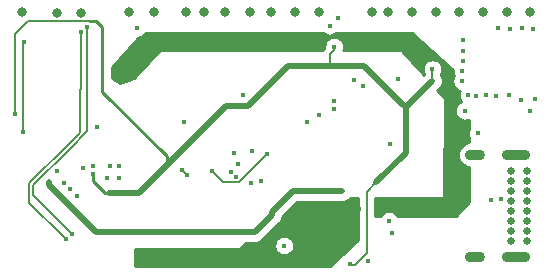
<source format=gbr>
G04 #@! TF.GenerationSoftware,KiCad,Pcbnew,(5.1.5)-3*
G04 #@! TF.CreationDate,2020-04-03T19:02:15-07:00*
G04 #@! TF.ProjectId,ShadowRunner,53686164-6f77-4527-956e-6e65722e6b69,rev?*
G04 #@! TF.SameCoordinates,Original*
G04 #@! TF.FileFunction,Copper,L3,Inr*
G04 #@! TF.FilePolarity,Positive*
%FSLAX46Y46*%
G04 Gerber Fmt 4.6, Leading zero omitted, Abs format (unit mm)*
G04 Created by KiCad (PCBNEW (5.1.5)-3) date 2020-04-03 19:02:15*
%MOMM*%
%LPD*%
G04 APERTURE LIST*
%ADD10C,0.650000*%
%ADD11O,2.400000X0.900000*%
%ADD12O,1.700000X0.900000*%
%ADD13C,0.400000*%
%ADD14C,0.800000*%
%ADD15C,0.152400*%
%ADD16C,0.250000*%
%ADD17C,0.500000*%
%ADD18C,0.254000*%
G04 APERTURE END LIST*
D10*
X155402500Y-130487500D03*
X155402500Y-129637500D03*
X155402500Y-128787500D03*
X155402500Y-127937500D03*
X155402500Y-127087500D03*
X155402500Y-126237500D03*
X155402500Y-125387500D03*
X155402500Y-124537500D03*
X154052500Y-124537500D03*
X154052500Y-125387500D03*
X154052500Y-126237500D03*
X154052500Y-127087500D03*
X154052500Y-127937500D03*
X154052500Y-128787500D03*
X154052500Y-129637500D03*
X154052500Y-130487500D03*
D11*
X154427500Y-131850000D03*
X154412500Y-123195000D03*
D12*
X151022500Y-131850000D03*
X151022500Y-123197500D03*
D13*
X126365000Y-120445000D03*
X118945000Y-120865000D03*
D14*
X121725000Y-111075000D03*
X117650000Y-111225000D03*
X115550000Y-111175000D03*
X112650000Y-111150000D03*
X155650000Y-111100000D03*
X153650000Y-111100000D03*
X151650000Y-111100000D03*
X149650000Y-111100000D03*
X147650000Y-111100000D03*
X145650000Y-111100000D03*
X143650000Y-111100000D03*
X142250000Y-111100000D03*
X137750000Y-111100000D03*
X135750000Y-111100000D03*
X133725000Y-111100000D03*
X131925000Y-111100000D03*
X129850000Y-111100000D03*
X128050000Y-111100000D03*
X126475000Y-111100000D03*
X123775000Y-111100000D03*
D13*
X131325000Y-118115000D03*
X155905000Y-112545000D03*
X154965000Y-112505000D03*
X153975000Y-112515000D03*
X152965000Y-112485000D03*
X149995000Y-113465000D03*
X149945000Y-114435000D03*
X149965000Y-115245000D03*
X149915000Y-116105000D03*
X149885000Y-116965000D03*
X150425000Y-118165000D03*
X151085000Y-118195000D03*
X151925000Y-118145000D03*
X152755000Y-118185000D03*
X153875000Y-118155000D03*
X156025000Y-118465000D03*
X154845000Y-118545000D03*
X121200000Y-116050000D03*
X149225000Y-127775000D03*
X142750000Y-127775000D03*
X141200000Y-127775000D03*
X123175000Y-131925000D03*
X112075000Y-119750000D03*
X118650000Y-124800000D03*
X142600000Y-125550000D03*
X139050000Y-114050000D03*
X147375000Y-115950000D03*
X145100000Y-119200000D03*
X140385000Y-132475000D03*
X131775000Y-119100000D03*
X133345000Y-123165000D03*
X128755000Y-124615000D03*
X139755000Y-126295000D03*
X143715000Y-128805000D03*
X133805000Y-128035000D03*
X114925000Y-125485000D03*
X121325000Y-129775000D03*
X112805000Y-113695000D03*
X112685000Y-121315000D03*
X151225000Y-121400000D03*
X134815000Y-130895000D03*
X143965000Y-129805000D03*
X141925000Y-132205000D03*
X120800000Y-124150000D03*
X120051201Y-124150000D03*
X120875000Y-125165000D03*
X126605000Y-124885000D03*
X126185000Y-124485000D03*
X130875000Y-124000000D03*
X130575000Y-123025000D03*
X132125000Y-122850000D03*
X152325000Y-127000000D03*
X116865000Y-129885000D03*
X155650000Y-119475000D03*
X118135000Y-112405000D03*
X116345000Y-130365000D03*
X150100000Y-119475000D03*
X117600000Y-112775000D03*
X138665000Y-112275000D03*
X144495000Y-116825000D03*
X119845000Y-125195000D03*
X122360000Y-112450000D03*
X132050000Y-125625000D03*
X130750000Y-125050000D03*
X132850000Y-125400000D03*
X130325000Y-124625000D03*
X115565000Y-124565000D03*
X139050000Y-119350000D03*
X116145000Y-125575000D03*
X139045222Y-118650000D03*
X136785000Y-120405000D03*
X116705000Y-126085000D03*
X117255000Y-126685000D03*
X137775000Y-119875000D03*
X141475000Y-117375000D03*
X117835000Y-124315000D03*
X118675000Y-124155000D03*
X140748799Y-116873799D03*
X153150000Y-126950000D03*
X139345000Y-111595000D03*
X143815000Y-122325000D03*
D15*
X121200000Y-116050000D02*
X121200000Y-115950000D01*
X121200000Y-116050000D02*
X123676201Y-113573799D01*
X149550000Y-127450000D02*
X149225000Y-127775000D01*
X149225000Y-127775000D02*
X149225000Y-127775000D01*
X149225000Y-127775000D02*
X142750000Y-127775000D01*
X142750000Y-127775000D02*
X142750000Y-127775000D01*
X123175000Y-131925000D02*
X123457842Y-131925000D01*
X130696224Y-131925000D02*
X127735000Y-131925000D01*
X127735000Y-131925000D02*
X123175000Y-131925000D01*
D16*
X141200000Y-127775000D02*
X140765000Y-127775000D01*
D17*
X147375000Y-116925000D02*
X145100000Y-119200000D01*
D15*
X147375000Y-115950000D02*
X147375000Y-116925000D01*
D17*
X145100000Y-123050000D02*
X142600000Y-125550000D01*
X145100000Y-119200000D02*
X145100000Y-123050000D01*
X144073799Y-118173799D02*
X144900001Y-119000001D01*
D15*
X144900001Y-119000001D02*
X145100000Y-119200000D01*
X131775000Y-119100000D02*
X131787500Y-119087500D01*
X131775000Y-119100000D02*
X131775000Y-119100000D01*
X140825000Y-132525000D02*
X140375000Y-132525000D01*
X141800000Y-131550000D02*
X140825000Y-132525000D01*
X142600000Y-125550000D02*
X141800000Y-126350000D01*
X141800000Y-126350000D02*
X141800000Y-131550000D01*
D17*
X131787500Y-119087500D02*
X132701201Y-118173799D01*
X131492158Y-119100000D02*
X131775000Y-119100000D01*
X131145222Y-119100000D02*
X131492158Y-119100000D01*
D15*
X112075000Y-119750000D02*
X112075000Y-117595222D01*
X117968799Y-111901201D02*
X113138799Y-111901201D01*
X117968799Y-111901201D02*
X118335979Y-111901201D01*
X117769021Y-111901201D02*
X117968799Y-111901201D01*
X112075000Y-112965000D02*
X112075000Y-119750000D01*
X113138799Y-111901201D02*
X112075000Y-112965000D01*
X131015222Y-119100000D02*
X131775000Y-119100000D01*
D16*
X119421201Y-112986423D02*
X119421201Y-112914199D01*
D17*
X129870000Y-119100000D02*
X131492158Y-119100000D01*
X120025000Y-126415000D02*
X122555000Y-126415000D01*
D16*
X118335979Y-111901201D02*
X118931201Y-111901201D01*
X119421201Y-112391201D02*
X119421201Y-112986423D01*
X118931201Y-111901201D02*
X119421201Y-112391201D01*
X120025000Y-126415000D02*
X119645000Y-126415000D01*
X118650000Y-125420000D02*
X118650000Y-124800000D01*
X119645000Y-126415000D02*
X118650000Y-125420000D01*
X124905000Y-124065000D02*
X124905000Y-123345000D01*
D17*
X124905000Y-124065000D02*
X129870000Y-119100000D01*
X122555000Y-126415000D02*
X124905000Y-124065000D01*
D16*
X119421201Y-117861201D02*
X119421201Y-112986423D01*
X124905000Y-123345000D02*
X119421201Y-117861201D01*
X144073799Y-118173799D02*
X144063799Y-118173799D01*
D17*
X144063799Y-118173799D02*
X141575000Y-115685000D01*
X135190000Y-115685000D02*
X132701201Y-118173799D01*
D15*
X138695000Y-114687842D02*
X138695000Y-115665000D01*
X139050000Y-114332842D02*
X138695000Y-114687842D01*
X139050000Y-114050000D02*
X139050000Y-114332842D01*
D17*
X141575000Y-115685000D02*
X138695000Y-115665000D01*
X138695000Y-115665000D02*
X135190000Y-115685000D01*
D15*
X133145001Y-123364999D02*
X133345000Y-123165000D01*
X130983799Y-125526201D02*
X133145001Y-123364999D01*
X129666201Y-125526201D02*
X130983799Y-125526201D01*
X128755000Y-124615000D02*
X129666201Y-125526201D01*
D17*
X121607842Y-129775000D02*
X121325000Y-129775000D01*
X132347842Y-129775000D02*
X121607842Y-129775000D01*
X133805000Y-128317842D02*
X132347842Y-129775000D01*
X133805000Y-128035000D02*
X133805000Y-128317842D01*
X135545000Y-126295000D02*
X139755000Y-126295000D01*
X133805000Y-128035000D02*
X135545000Y-126295000D01*
D15*
X112685000Y-113815000D02*
X112805000Y-113695000D01*
X112685000Y-121315000D02*
X112685000Y-113815000D01*
D17*
X121042158Y-129775000D02*
X121325000Y-129775000D01*
X118932158Y-129775000D02*
X121042158Y-129775000D01*
X114925000Y-125767842D02*
X118932158Y-129775000D01*
X114925000Y-125485000D02*
X114925000Y-125767842D01*
D15*
X126205000Y-124485000D02*
X126605000Y-124885000D01*
X126185000Y-124485000D02*
X126205000Y-124485000D01*
X118135000Y-112405000D02*
X118135000Y-121230222D01*
X116657611Y-122707611D02*
X118135000Y-121230222D01*
X116657611Y-122707611D02*
X113595000Y-125770222D01*
X116580222Y-122785000D02*
X116657611Y-122707611D01*
X113595000Y-126615000D02*
X116865000Y-129885000D01*
X113595000Y-125770222D02*
X113595000Y-126615000D01*
X117600000Y-112775000D02*
X117600000Y-117620000D01*
X117565000Y-117655000D02*
X117565000Y-121301840D01*
X117600000Y-117620000D02*
X117565000Y-117655000D01*
X116145001Y-130165001D02*
X116345000Y-130365000D01*
X113242590Y-127262590D02*
X116145001Y-130165001D01*
X116688420Y-122178420D02*
X113242590Y-125624249D01*
X113242590Y-125624249D02*
X113242590Y-127262590D01*
X116551840Y-122315000D02*
X116688420Y-122178420D01*
X116688420Y-122178420D02*
X117533420Y-121333420D01*
D18*
G36*
X141048000Y-130459331D02*
G01*
X138705506Y-132617910D01*
X122232000Y-132588228D01*
X122232000Y-131201857D01*
X130985143Y-131192000D01*
X131009917Y-131189532D01*
X131033733Y-131182278D01*
X131055676Y-131170517D01*
X131074907Y-131154698D01*
X131416051Y-130812760D01*
X133980000Y-130812760D01*
X133980000Y-130977240D01*
X134012089Y-131138560D01*
X134075033Y-131290521D01*
X134166413Y-131427281D01*
X134282719Y-131543587D01*
X134419479Y-131634967D01*
X134571440Y-131697911D01*
X134732760Y-131730000D01*
X134897240Y-131730000D01*
X135058560Y-131697911D01*
X135210521Y-131634967D01*
X135347281Y-131543587D01*
X135463587Y-131427281D01*
X135554967Y-131290521D01*
X135617911Y-131138560D01*
X135650000Y-130977240D01*
X135650000Y-130812760D01*
X135617911Y-130651440D01*
X135554967Y-130499479D01*
X135463587Y-130362719D01*
X135347281Y-130246413D01*
X135210521Y-130155033D01*
X135058560Y-130092089D01*
X134897240Y-130060000D01*
X134732760Y-130060000D01*
X134571440Y-130092089D01*
X134419479Y-130155033D01*
X134282719Y-130246413D01*
X134166413Y-130362719D01*
X134075033Y-130499479D01*
X134012089Y-130651440D01*
X133980000Y-130812760D01*
X131416051Y-130812760D01*
X131568457Y-130660000D01*
X132304373Y-130660000D01*
X132347842Y-130664281D01*
X132391311Y-130660000D01*
X132391319Y-130660000D01*
X132521332Y-130647195D01*
X132688155Y-130596589D01*
X132841901Y-130514411D01*
X132976659Y-130403817D01*
X133004376Y-130370044D01*
X134400049Y-128974372D01*
X134433817Y-128946659D01*
X134469808Y-128902805D01*
X134544411Y-128811901D01*
X134626589Y-128658156D01*
X134677195Y-128491332D01*
X134683184Y-128430521D01*
X134685602Y-128405977D01*
X135911579Y-127180000D01*
X139798477Y-127180000D01*
X139928490Y-127167195D01*
X140095313Y-127116589D01*
X140249059Y-127034411D01*
X140383817Y-126923817D01*
X140418136Y-126882000D01*
X141048000Y-126882000D01*
X141048000Y-130459331D01*
G37*
X141048000Y-130459331D02*
X138705506Y-132617910D01*
X122232000Y-132588228D01*
X122232000Y-131201857D01*
X130985143Y-131192000D01*
X131009917Y-131189532D01*
X131033733Y-131182278D01*
X131055676Y-131170517D01*
X131074907Y-131154698D01*
X131416051Y-130812760D01*
X133980000Y-130812760D01*
X133980000Y-130977240D01*
X134012089Y-131138560D01*
X134075033Y-131290521D01*
X134166413Y-131427281D01*
X134282719Y-131543587D01*
X134419479Y-131634967D01*
X134571440Y-131697911D01*
X134732760Y-131730000D01*
X134897240Y-131730000D01*
X135058560Y-131697911D01*
X135210521Y-131634967D01*
X135347281Y-131543587D01*
X135463587Y-131427281D01*
X135554967Y-131290521D01*
X135617911Y-131138560D01*
X135650000Y-130977240D01*
X135650000Y-130812760D01*
X135617911Y-130651440D01*
X135554967Y-130499479D01*
X135463587Y-130362719D01*
X135347281Y-130246413D01*
X135210521Y-130155033D01*
X135058560Y-130092089D01*
X134897240Y-130060000D01*
X134732760Y-130060000D01*
X134571440Y-130092089D01*
X134419479Y-130155033D01*
X134282719Y-130246413D01*
X134166413Y-130362719D01*
X134075033Y-130499479D01*
X134012089Y-130651440D01*
X133980000Y-130812760D01*
X131416051Y-130812760D01*
X131568457Y-130660000D01*
X132304373Y-130660000D01*
X132347842Y-130664281D01*
X132391311Y-130660000D01*
X132391319Y-130660000D01*
X132521332Y-130647195D01*
X132688155Y-130596589D01*
X132841901Y-130514411D01*
X132976659Y-130403817D01*
X133004376Y-130370044D01*
X134400049Y-128974372D01*
X134433817Y-128946659D01*
X134469808Y-128902805D01*
X134544411Y-128811901D01*
X134626589Y-128658156D01*
X134677195Y-128491332D01*
X134683184Y-128430521D01*
X134685602Y-128405977D01*
X135911579Y-127180000D01*
X139798477Y-127180000D01*
X139928490Y-127167195D01*
X140095313Y-127116589D01*
X140249059Y-127034411D01*
X140383817Y-126923817D01*
X140418136Y-126882000D01*
X141048000Y-126882000D01*
X141048000Y-130459331D01*
G36*
X138087797Y-112878665D02*
G01*
X138132719Y-112923587D01*
X138269479Y-113014967D01*
X138421440Y-113077911D01*
X138582760Y-113110000D01*
X138747240Y-113110000D01*
X138908560Y-113077911D01*
X139060521Y-113014967D01*
X139197281Y-112923587D01*
X139241700Y-112879168D01*
X145685054Y-112881978D01*
X149080000Y-116038928D01*
X149080000Y-116187240D01*
X149112089Y-116348560D01*
X149175033Y-116500521D01*
X149183071Y-116512551D01*
X149145033Y-116569479D01*
X149082089Y-116721440D01*
X149050000Y-116882760D01*
X149050000Y-117047240D01*
X149082089Y-117208560D01*
X149145033Y-117360521D01*
X149236413Y-117497281D01*
X149352719Y-117613587D01*
X149489479Y-117704967D01*
X149641440Y-117767911D01*
X149682315Y-117776042D01*
X149622089Y-117921440D01*
X149590000Y-118082760D01*
X149590000Y-118247240D01*
X149622089Y-118408560D01*
X149685033Y-118560521D01*
X149776413Y-118697281D01*
X149782039Y-118702907D01*
X149704479Y-118735033D01*
X149567719Y-118826413D01*
X149451413Y-118942719D01*
X149360033Y-119079479D01*
X149297089Y-119231440D01*
X149265000Y-119392760D01*
X149265000Y-119557240D01*
X149297089Y-119718560D01*
X149360033Y-119870521D01*
X149451413Y-120007281D01*
X149567719Y-120123587D01*
X149704479Y-120214967D01*
X149856440Y-120277911D01*
X150017760Y-120310000D01*
X150182240Y-120310000D01*
X150343560Y-120277911D01*
X150458000Y-120230509D01*
X150458000Y-121069743D01*
X150422089Y-121156440D01*
X150390000Y-121317760D01*
X150390000Y-121482240D01*
X150422089Y-121643560D01*
X150458000Y-121730257D01*
X150458000Y-122123453D01*
X150409803Y-122128200D01*
X150205280Y-122190241D01*
X150016790Y-122290991D01*
X149851578Y-122426578D01*
X149715991Y-122591790D01*
X149615241Y-122780280D01*
X149553200Y-122984803D01*
X149532251Y-123197500D01*
X149553200Y-123410197D01*
X149615241Y-123614720D01*
X149715991Y-123803210D01*
X149851578Y-123968422D01*
X150016790Y-124104009D01*
X150205280Y-124204759D01*
X150409803Y-124266800D01*
X150458000Y-124271547D01*
X150458000Y-127225392D01*
X149349346Y-128428000D01*
X144462639Y-128428000D01*
X144454967Y-128409479D01*
X144363587Y-128272719D01*
X144247281Y-128156413D01*
X144110521Y-128065033D01*
X143958560Y-128002089D01*
X143797240Y-127970000D01*
X143632760Y-127970000D01*
X143471440Y-128002089D01*
X143319479Y-128065033D01*
X143182719Y-128156413D01*
X143066413Y-128272719D01*
X142975033Y-128409479D01*
X142967361Y-128428000D01*
X142511200Y-128428000D01*
X142511200Y-126842266D01*
X148244784Y-126852000D01*
X148269565Y-126849602D01*
X148293402Y-126842415D01*
X148315378Y-126830716D01*
X148334650Y-126814955D01*
X148350477Y-126795737D01*
X148362250Y-126773800D01*
X148369517Y-126749988D01*
X148371994Y-126726237D01*
X148451994Y-118516237D01*
X148449795Y-118491438D01*
X148442801Y-118467545D01*
X148431279Y-118445475D01*
X148419584Y-118430249D01*
X147806049Y-117745530D01*
X148031532Y-117520047D01*
X148114411Y-117419059D01*
X148196588Y-117265314D01*
X148247195Y-117098490D01*
X148264281Y-116925000D01*
X148247195Y-116751510D01*
X148196588Y-116584687D01*
X148114411Y-116430941D01*
X148086200Y-116396566D01*
X148086200Y-116388574D01*
X148114967Y-116345521D01*
X148177911Y-116193560D01*
X148210000Y-116032240D01*
X148210000Y-115867760D01*
X148177911Y-115706440D01*
X148114967Y-115554479D01*
X148023587Y-115417719D01*
X147907281Y-115301413D01*
X147770521Y-115210033D01*
X147618560Y-115147089D01*
X147457240Y-115115000D01*
X147292760Y-115115000D01*
X147131440Y-115147089D01*
X146979479Y-115210033D01*
X146842719Y-115301413D01*
X146726413Y-115417719D01*
X146635033Y-115554479D01*
X146572089Y-115706440D01*
X146540000Y-115867760D01*
X146540000Y-116032240D01*
X146572089Y-116193560D01*
X146635033Y-116345521D01*
X146662217Y-116386204D01*
X146623094Y-116425327D01*
X144799584Y-114390249D01*
X144781233Y-114373425D01*
X144759952Y-114360504D01*
X144736559Y-114351984D01*
X144705000Y-114348000D01*
X139830361Y-114348000D01*
X139852911Y-114293560D01*
X139885000Y-114132240D01*
X139885000Y-113967760D01*
X139852911Y-113806440D01*
X139789967Y-113654479D01*
X139698587Y-113517719D01*
X139582281Y-113401413D01*
X139445521Y-113310033D01*
X139293560Y-113247089D01*
X139132240Y-113215000D01*
X138967760Y-113215000D01*
X138806440Y-113247089D01*
X138654479Y-113310033D01*
X138517719Y-113401413D01*
X138401413Y-113517719D01*
X138310033Y-113654479D01*
X138247089Y-113806440D01*
X138215000Y-113967760D01*
X138215000Y-114132240D01*
X138219947Y-114157108D01*
X138216811Y-114160244D01*
X138189673Y-114182516D01*
X138100798Y-114290810D01*
X138070229Y-114348000D01*
X124355000Y-114348000D01*
X124330224Y-114350440D01*
X124306399Y-114357667D01*
X124284443Y-114369403D01*
X124261100Y-114389491D01*
X122142067Y-116716467D01*
X120923095Y-117163113D01*
X120221355Y-116677960D01*
X120212480Y-115763843D01*
X122491671Y-113275167D01*
X122603560Y-113252911D01*
X122755521Y-113189967D01*
X122892281Y-113098587D01*
X123008587Y-112982281D01*
X123082194Y-112872121D01*
X138087797Y-112878665D01*
G37*
X138087797Y-112878665D02*
X138132719Y-112923587D01*
X138269479Y-113014967D01*
X138421440Y-113077911D01*
X138582760Y-113110000D01*
X138747240Y-113110000D01*
X138908560Y-113077911D01*
X139060521Y-113014967D01*
X139197281Y-112923587D01*
X139241700Y-112879168D01*
X145685054Y-112881978D01*
X149080000Y-116038928D01*
X149080000Y-116187240D01*
X149112089Y-116348560D01*
X149175033Y-116500521D01*
X149183071Y-116512551D01*
X149145033Y-116569479D01*
X149082089Y-116721440D01*
X149050000Y-116882760D01*
X149050000Y-117047240D01*
X149082089Y-117208560D01*
X149145033Y-117360521D01*
X149236413Y-117497281D01*
X149352719Y-117613587D01*
X149489479Y-117704967D01*
X149641440Y-117767911D01*
X149682315Y-117776042D01*
X149622089Y-117921440D01*
X149590000Y-118082760D01*
X149590000Y-118247240D01*
X149622089Y-118408560D01*
X149685033Y-118560521D01*
X149776413Y-118697281D01*
X149782039Y-118702907D01*
X149704479Y-118735033D01*
X149567719Y-118826413D01*
X149451413Y-118942719D01*
X149360033Y-119079479D01*
X149297089Y-119231440D01*
X149265000Y-119392760D01*
X149265000Y-119557240D01*
X149297089Y-119718560D01*
X149360033Y-119870521D01*
X149451413Y-120007281D01*
X149567719Y-120123587D01*
X149704479Y-120214967D01*
X149856440Y-120277911D01*
X150017760Y-120310000D01*
X150182240Y-120310000D01*
X150343560Y-120277911D01*
X150458000Y-120230509D01*
X150458000Y-121069743D01*
X150422089Y-121156440D01*
X150390000Y-121317760D01*
X150390000Y-121482240D01*
X150422089Y-121643560D01*
X150458000Y-121730257D01*
X150458000Y-122123453D01*
X150409803Y-122128200D01*
X150205280Y-122190241D01*
X150016790Y-122290991D01*
X149851578Y-122426578D01*
X149715991Y-122591790D01*
X149615241Y-122780280D01*
X149553200Y-122984803D01*
X149532251Y-123197500D01*
X149553200Y-123410197D01*
X149615241Y-123614720D01*
X149715991Y-123803210D01*
X149851578Y-123968422D01*
X150016790Y-124104009D01*
X150205280Y-124204759D01*
X150409803Y-124266800D01*
X150458000Y-124271547D01*
X150458000Y-127225392D01*
X149349346Y-128428000D01*
X144462639Y-128428000D01*
X144454967Y-128409479D01*
X144363587Y-128272719D01*
X144247281Y-128156413D01*
X144110521Y-128065033D01*
X143958560Y-128002089D01*
X143797240Y-127970000D01*
X143632760Y-127970000D01*
X143471440Y-128002089D01*
X143319479Y-128065033D01*
X143182719Y-128156413D01*
X143066413Y-128272719D01*
X142975033Y-128409479D01*
X142967361Y-128428000D01*
X142511200Y-128428000D01*
X142511200Y-126842266D01*
X148244784Y-126852000D01*
X148269565Y-126849602D01*
X148293402Y-126842415D01*
X148315378Y-126830716D01*
X148334650Y-126814955D01*
X148350477Y-126795737D01*
X148362250Y-126773800D01*
X148369517Y-126749988D01*
X148371994Y-126726237D01*
X148451994Y-118516237D01*
X148449795Y-118491438D01*
X148442801Y-118467545D01*
X148431279Y-118445475D01*
X148419584Y-118430249D01*
X147806049Y-117745530D01*
X148031532Y-117520047D01*
X148114411Y-117419059D01*
X148196588Y-117265314D01*
X148247195Y-117098490D01*
X148264281Y-116925000D01*
X148247195Y-116751510D01*
X148196588Y-116584687D01*
X148114411Y-116430941D01*
X148086200Y-116396566D01*
X148086200Y-116388574D01*
X148114967Y-116345521D01*
X148177911Y-116193560D01*
X148210000Y-116032240D01*
X148210000Y-115867760D01*
X148177911Y-115706440D01*
X148114967Y-115554479D01*
X148023587Y-115417719D01*
X147907281Y-115301413D01*
X147770521Y-115210033D01*
X147618560Y-115147089D01*
X147457240Y-115115000D01*
X147292760Y-115115000D01*
X147131440Y-115147089D01*
X146979479Y-115210033D01*
X146842719Y-115301413D01*
X146726413Y-115417719D01*
X146635033Y-115554479D01*
X146572089Y-115706440D01*
X146540000Y-115867760D01*
X146540000Y-116032240D01*
X146572089Y-116193560D01*
X146635033Y-116345521D01*
X146662217Y-116386204D01*
X146623094Y-116425327D01*
X144799584Y-114390249D01*
X144781233Y-114373425D01*
X144759952Y-114360504D01*
X144736559Y-114351984D01*
X144705000Y-114348000D01*
X139830361Y-114348000D01*
X139852911Y-114293560D01*
X139885000Y-114132240D01*
X139885000Y-113967760D01*
X139852911Y-113806440D01*
X139789967Y-113654479D01*
X139698587Y-113517719D01*
X139582281Y-113401413D01*
X139445521Y-113310033D01*
X139293560Y-113247089D01*
X139132240Y-113215000D01*
X138967760Y-113215000D01*
X138806440Y-113247089D01*
X138654479Y-113310033D01*
X138517719Y-113401413D01*
X138401413Y-113517719D01*
X138310033Y-113654479D01*
X138247089Y-113806440D01*
X138215000Y-113967760D01*
X138215000Y-114132240D01*
X138219947Y-114157108D01*
X138216811Y-114160244D01*
X138189673Y-114182516D01*
X138100798Y-114290810D01*
X138070229Y-114348000D01*
X124355000Y-114348000D01*
X124330224Y-114350440D01*
X124306399Y-114357667D01*
X124284443Y-114369403D01*
X124261100Y-114389491D01*
X122142067Y-116716467D01*
X120923095Y-117163113D01*
X120221355Y-116677960D01*
X120212480Y-115763843D01*
X122491671Y-113275167D01*
X122603560Y-113252911D01*
X122755521Y-113189967D01*
X122892281Y-113098587D01*
X123008587Y-112982281D01*
X123082194Y-112872121D01*
X138087797Y-112878665D01*
M02*

</source>
